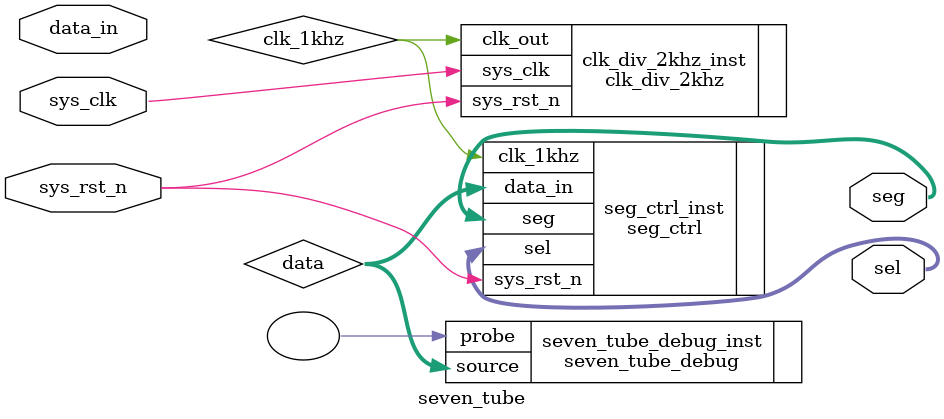
<source format=v>
module seven_tube (
    input sys_clk,
    input sys_rst_n,
    input [23:0] data_in,
    output [2:0] sel,
    output [7:0] seg
);
    wire clk_1khz;
    wire [23:0] data;

	seven_tube_debug seven_tube_debug_inst (
		.source (data), // sources.source
		.probe  ()   //  probes.probe
	);

    clk_div_2khz clk_div_2khz_inst (
        .sys_clk(sys_clk),
        .sys_rst_n(sys_rst_n),
        .clk_out(clk_1khz)
    );

    seg_ctrl seg_ctrl_inst (
        .clk_1khz(clk_1khz),
        .sys_rst_n(sys_rst_n),
        .data_in(data),
        .sel(sel),
        .seg(seg)
    );
endmodule
</source>
